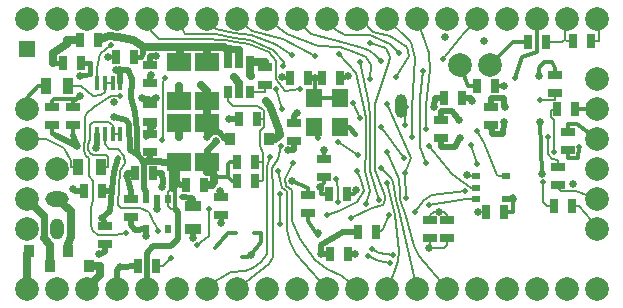
<source format=gbl>
G04 (created by PCBNEW-RS274X (2011-05-25)-stable) date Thu 12 Mar 2015 10:15:44 GMT*
G01*
G70*
G90*
%MOIN*%
G04 Gerber Fmt 3.4, Leading zero omitted, Abs format*
%FSLAX34Y34*%
G04 APERTURE LIST*
%ADD10C,0.006000*%
%ADD11R,0.055100X0.063000*%
%ADD12O,0.047200X0.070900*%
%ADD13O,0.078300X0.051200*%
%ADD14C,0.078700*%
%ADD15R,0.055000X0.055000*%
%ADD16R,0.027600X0.039400*%
%ADD17R,0.020000X0.030000*%
%ADD18R,0.030000X0.020000*%
%ADD19R,0.035000X0.055000*%
%ADD20R,0.025000X0.045000*%
%ADD21R,0.045000X0.025000*%
%ADD22R,0.015000X0.050000*%
%ADD23R,0.035400X0.040200*%
%ADD24O,0.039400X0.078700*%
%ADD25R,0.080000X0.060000*%
%ADD26R,0.055000X0.035000*%
%ADD27C,0.025000*%
%ADD28C,0.020000*%
%ADD29C,0.011800*%
%ADD30C,0.007900*%
%ADD31C,0.005000*%
%ADD32C,0.019700*%
%ADD33C,0.027600*%
%ADD34C,0.015700*%
%ADD35C,0.023600*%
G04 APERTURE END LIST*
G54D10*
G54D11*
X57433Y-34597D03*
X56567Y-33653D03*
X56567Y-34597D03*
X57433Y-33653D03*
G54D12*
X48000Y-38000D03*
G54D13*
X48000Y-37000D03*
G54D14*
X48000Y-36000D03*
G54D15*
X47000Y-32000D03*
G54D14*
X47000Y-38000D03*
X47000Y-37000D03*
X47000Y-36000D03*
X47000Y-35000D03*
X47000Y-34000D03*
X66000Y-38000D03*
X66000Y-37000D03*
X66000Y-36000D03*
X66000Y-35000D03*
X66000Y-34000D03*
X66000Y-33000D03*
X47000Y-40000D03*
X48000Y-40000D03*
X49000Y-40000D03*
X50000Y-40000D03*
X51000Y-40000D03*
X52000Y-40000D03*
X53000Y-40000D03*
X54000Y-40000D03*
X55000Y-40000D03*
X56000Y-40000D03*
X57000Y-40000D03*
X58000Y-40000D03*
X59000Y-40000D03*
X60000Y-40000D03*
X61000Y-40000D03*
X62000Y-40000D03*
X63000Y-40000D03*
X64000Y-40000D03*
X65000Y-40000D03*
X66000Y-40000D03*
X47000Y-31000D03*
X48000Y-31000D03*
X49000Y-31000D03*
X50000Y-31000D03*
X51000Y-31000D03*
X52000Y-31000D03*
X53000Y-31000D03*
X54000Y-31000D03*
X55000Y-31000D03*
X56000Y-31000D03*
X57000Y-31000D03*
X58000Y-31000D03*
X59000Y-31000D03*
X60000Y-31000D03*
X61000Y-31000D03*
X62000Y-31000D03*
X63000Y-31000D03*
X64000Y-31000D03*
X65000Y-31000D03*
X66000Y-31000D03*
X62450Y-32525D03*
X61450Y-32525D03*
G54D16*
X54450Y-32450D03*
X54075Y-32450D03*
X53700Y-32450D03*
X53700Y-33450D03*
X54075Y-33450D03*
X54450Y-33450D03*
G54D17*
X50975Y-37000D03*
X51725Y-37000D03*
X50975Y-38000D03*
X51350Y-37000D03*
X51725Y-38000D03*
G54D18*
X61975Y-37000D03*
X61975Y-36250D03*
X62975Y-37000D03*
X61975Y-36625D03*
X62975Y-36250D03*
G54D19*
X47633Y-33252D03*
X48383Y-33252D03*
X48725Y-35925D03*
X49475Y-35925D03*
G54D20*
X58035Y-38102D03*
X58635Y-38102D03*
X54675Y-34325D03*
X54075Y-34325D03*
X54025Y-36400D03*
X54625Y-36400D03*
X63700Y-31775D03*
X64300Y-31775D03*
X62000Y-33250D03*
X62600Y-33250D03*
X52325Y-36525D03*
X52925Y-36525D03*
G54D21*
X55900Y-34480D03*
X55900Y-35080D03*
G54D20*
X51300Y-39225D03*
X50700Y-39225D03*
X49375Y-31700D03*
X48775Y-31700D03*
X48228Y-32488D03*
X48828Y-32488D03*
G54D21*
X62475Y-33925D03*
X62475Y-34525D03*
X50475Y-37600D03*
X50475Y-37000D03*
X51126Y-35422D03*
X51126Y-34822D03*
G54D20*
X54025Y-35775D03*
X54625Y-35775D03*
G54D21*
X54950Y-33200D03*
X54950Y-32600D03*
X61025Y-38300D03*
X61025Y-37700D03*
G54D20*
X65200Y-31750D03*
X65800Y-31750D03*
X56375Y-32975D03*
X55775Y-32975D03*
X57700Y-38850D03*
X57100Y-38850D03*
G54D21*
X60825Y-34375D03*
X60825Y-34975D03*
G54D20*
X60900Y-33650D03*
X61500Y-33650D03*
X56850Y-32975D03*
X57450Y-32975D03*
X57075Y-36825D03*
X57675Y-36825D03*
G54D21*
X51125Y-33850D03*
X51125Y-34450D03*
X51125Y-32550D03*
X51125Y-33150D03*
G54D20*
X62925Y-37425D03*
X62325Y-37425D03*
X51225Y-36125D03*
X50625Y-36125D03*
G54D21*
X53475Y-36950D03*
X53475Y-37550D03*
G54D20*
X49500Y-36725D03*
X48900Y-36725D03*
G54D21*
X48550Y-33925D03*
X48550Y-34525D03*
X56375Y-37475D03*
X56375Y-36875D03*
X49618Y-37905D03*
X49618Y-38505D03*
G54D22*
X50124Y-34826D03*
X49868Y-34826D03*
X49612Y-34826D03*
X49356Y-34826D03*
X49356Y-33126D03*
X49612Y-33126D03*
X49868Y-33126D03*
X50124Y-33126D03*
G54D23*
X53779Y-35000D03*
X55071Y-35000D03*
X47094Y-38740D03*
X48386Y-38740D03*
X49066Y-39240D03*
X47774Y-39240D03*
G54D21*
X56900Y-36275D03*
X56900Y-35675D03*
G54D20*
X64594Y-37224D03*
X65194Y-37224D03*
G54D21*
X64725Y-36525D03*
X64725Y-35925D03*
G54D20*
X65280Y-34016D03*
X64680Y-34016D03*
G54D21*
X65039Y-34759D03*
X65039Y-35359D03*
G54D24*
X59475Y-33900D03*
G54D25*
X53025Y-35775D03*
X53025Y-34475D03*
G54D26*
X52550Y-38000D03*
X52550Y-37250D03*
G54D25*
X52075Y-35775D03*
X52075Y-34475D03*
X52075Y-32425D03*
X52075Y-33725D03*
G54D20*
X50575Y-32275D03*
X49975Y-32275D03*
G54D25*
X53025Y-32425D03*
X53025Y-33725D03*
G54D21*
X60450Y-38300D03*
X60450Y-37700D03*
X64602Y-33469D03*
X64602Y-32869D03*
X47850Y-33950D03*
X47850Y-34550D03*
G54D27*
X54475Y-38875D03*
G54D28*
X60200Y-32750D03*
X60325Y-35800D03*
X58300Y-37175D03*
X57400Y-32175D03*
X57000Y-37525D03*
X58025Y-36075D03*
X55450Y-36850D03*
X55450Y-37850D03*
X58825Y-34600D03*
X59575Y-35625D03*
X55500Y-34000D03*
X55325Y-33350D03*
X57875Y-33800D03*
X58100Y-34300D03*
X59075Y-37550D03*
X59650Y-36975D03*
X59625Y-36150D03*
X59000Y-33825D03*
X59950Y-37450D03*
X61625Y-36750D03*
X60400Y-35225D03*
X58050Y-35550D03*
X57375Y-35100D03*
X58825Y-35975D03*
X59025Y-36475D03*
X59850Y-34950D03*
X60325Y-34675D03*
X63275Y-32975D03*
X60875Y-32350D03*
X59400Y-32150D03*
X58800Y-32400D03*
X58450Y-33000D03*
X56600Y-32250D03*
X55850Y-32200D03*
X55550Y-32575D03*
X56125Y-33350D03*
X55375Y-36075D03*
X55875Y-35800D03*
X59300Y-32950D03*
X55100Y-35600D03*
X55475Y-35225D03*
X59025Y-35425D03*
X59100Y-39150D03*
X58375Y-38900D03*
X58525Y-38675D03*
X59200Y-38875D03*
G54D27*
X56775Y-36600D03*
G54D28*
X56700Y-34975D03*
X59625Y-34550D03*
X57325Y-36350D03*
X57375Y-37100D03*
X59650Y-33950D03*
X51375Y-38075D03*
X58450Y-31800D03*
X49800Y-31880D03*
X57825Y-37625D03*
X60400Y-37200D03*
G54D27*
X61425Y-34375D03*
G54D28*
X64100Y-33700D03*
G54D27*
X64175Y-36175D03*
X65200Y-36500D03*
X64075Y-32900D03*
X64125Y-34425D03*
G54D28*
X62000Y-34750D03*
G54D27*
X56625Y-32975D03*
X50975Y-38225D03*
X60425Y-38625D03*
X63200Y-37000D03*
X62933Y-33937D03*
X56700Y-38150D03*
X60950Y-31600D03*
X51525Y-36600D03*
X57950Y-38850D03*
X60575Y-33925D03*
X56900Y-35375D03*
X56025Y-34150D03*
X52550Y-38300D03*
X53450Y-36725D03*
X51320Y-32240D03*
X51315Y-33626D03*
X50850Y-33625D03*
G54D28*
X61800Y-35200D03*
X62000Y-35850D03*
X51800Y-38975D03*
X57950Y-34850D03*
G54D27*
X48550Y-36675D03*
X61675Y-36200D03*
X60750Y-37450D03*
X55850Y-36400D03*
X55525Y-32925D03*
X52825Y-33200D03*
X49900Y-33775D03*
G54D28*
X52175Y-36925D03*
G54D27*
X50110Y-39270D03*
X51228Y-34575D03*
X53750Y-34325D03*
X53900Y-32950D03*
X62925Y-33225D03*
X62925Y-34450D03*
X49300Y-35300D03*
X61450Y-34975D03*
X61850Y-33725D03*
X62250Y-31750D03*
X52075Y-34950D03*
X53025Y-34925D03*
X49725Y-32275D03*
X51350Y-37325D03*
X50350Y-36225D03*
X57975Y-36700D03*
X56800Y-38850D03*
X62050Y-37425D03*
X55725Y-35375D03*
X48764Y-32921D03*
X52075Y-33225D03*
X53475Y-37800D03*
X48675Y-35225D03*
X49425Y-38850D03*
X51150Y-32875D03*
X57725Y-32900D03*
X53300Y-35075D03*
X54475Y-32900D03*
X54975Y-33750D03*
X49925Y-34287D03*
X49975Y-32700D03*
G54D28*
X50050Y-35625D03*
G54D27*
X50875Y-35725D03*
X49500Y-37650D03*
X48775Y-33575D03*
X48340Y-31840D03*
G54D28*
X58100Y-32450D03*
X58750Y-37025D03*
X50300Y-38125D03*
X50100Y-33575D03*
X51600Y-32975D03*
X51500Y-35050D03*
X53075Y-37325D03*
X52675Y-38550D03*
X65425Y-35275D03*
X64575Y-35425D03*
X64375Y-34925D03*
X64217Y-36449D03*
G54D29*
X53725Y-38150D02*
X53975Y-38150D01*
X53275Y-38650D02*
X53725Y-38150D01*
X54825Y-38150D02*
X54575Y-38150D01*
X54475Y-38875D02*
X54825Y-38450D01*
X54825Y-38450D02*
X54825Y-38150D01*
X54375Y-38950D02*
X54175Y-38950D01*
X54475Y-38875D02*
X54375Y-38950D01*
G54D30*
X60100Y-33625D02*
X60200Y-32750D01*
X60100Y-35275D02*
X60100Y-33625D01*
X60325Y-35800D02*
X60100Y-35275D01*
X58300Y-37175D02*
X58450Y-36725D01*
X58450Y-36725D02*
X58268Y-36063D01*
X58250Y-33960D02*
X57975Y-32800D01*
X57975Y-32800D02*
X57400Y-32175D01*
X58300Y-34300D02*
X58250Y-33960D01*
X58300Y-35325D02*
X58300Y-34300D01*
X58268Y-36063D02*
X58300Y-35325D01*
X57000Y-37525D02*
X57425Y-37400D01*
X57425Y-37400D02*
X58025Y-37100D01*
X58025Y-37100D02*
X58250Y-36750D01*
X58250Y-36750D02*
X58150Y-36375D01*
X58150Y-36375D02*
X58025Y-36075D01*
X55450Y-36850D02*
X55450Y-37850D01*
X58825Y-34600D02*
X59575Y-35625D01*
X55325Y-33350D02*
X55500Y-34000D01*
G54D29*
X62000Y-33250D02*
X61700Y-33250D01*
X61700Y-33250D02*
X61450Y-32525D01*
G54D30*
X57875Y-33800D02*
X58100Y-34300D01*
X58820Y-38080D02*
X58635Y-38102D01*
X58880Y-38020D02*
X58820Y-38080D01*
X59075Y-37550D02*
X58880Y-38020D01*
G54D10*
X59650Y-36975D02*
X59625Y-36150D01*
X59000Y-33825D02*
X59800Y-35650D01*
X59800Y-35650D02*
X59625Y-36150D01*
G54D30*
X59950Y-37450D02*
X60056Y-37290D01*
X60056Y-37290D02*
X60250Y-37025D01*
X60250Y-37025D02*
X60525Y-36875D01*
X60525Y-36875D02*
X61625Y-36750D01*
X61800Y-36625D02*
X61975Y-36625D01*
X61175Y-36175D02*
X61800Y-36625D01*
X60400Y-35225D02*
X61175Y-36175D01*
X57375Y-35100D02*
X58050Y-35550D01*
X58825Y-35975D02*
X59150Y-36300D01*
X59150Y-36300D02*
X59225Y-36450D01*
X59225Y-36450D02*
X59300Y-37050D01*
X59300Y-37050D02*
X59400Y-37400D01*
X59400Y-37400D02*
X60000Y-40000D01*
X59000Y-40000D02*
X59250Y-39475D01*
X59250Y-39475D02*
X59375Y-39075D01*
X59275Y-37525D02*
X59425Y-38750D01*
X59025Y-36475D02*
X59275Y-37525D01*
X59375Y-39075D02*
X59425Y-38750D01*
X59850Y-34950D02*
X59850Y-33975D01*
X59850Y-33975D02*
X59960Y-32305D01*
X59960Y-32305D02*
X59820Y-31780D01*
G54D10*
X59820Y-31780D02*
X59000Y-31000D01*
G54D30*
X60325Y-34675D02*
X60325Y-33875D01*
X60450Y-32700D02*
X60400Y-32150D01*
X60400Y-32150D02*
X60000Y-31000D01*
X60325Y-33875D02*
X60450Y-32700D01*
G54D29*
X63275Y-32975D02*
X63525Y-32275D01*
X63525Y-32275D02*
X64000Y-32100D01*
X64000Y-32100D02*
X64000Y-31000D01*
G54D30*
X61575Y-31475D02*
X62000Y-31000D01*
X60875Y-32350D02*
X61575Y-31475D01*
X59400Y-32150D02*
X59100Y-31825D01*
X59100Y-31825D02*
X58450Y-31550D01*
X58450Y-31550D02*
X57625Y-31525D01*
X57300Y-31367D02*
X57000Y-31000D01*
X57625Y-31525D02*
X57300Y-31367D01*
X58800Y-32400D02*
X58600Y-32200D01*
X58600Y-32200D02*
X58450Y-32075D01*
X58450Y-32075D02*
X58225Y-31975D01*
X58225Y-31975D02*
X57250Y-31700D01*
X56475Y-31500D02*
X56000Y-31000D01*
X57250Y-31700D02*
X56475Y-31500D01*
X58325Y-32275D02*
X57925Y-32100D01*
X58450Y-33000D02*
X58475Y-32525D01*
X58475Y-32525D02*
X58325Y-32275D01*
X57925Y-32100D02*
X57450Y-31950D01*
X57450Y-31950D02*
X56725Y-31900D01*
X56725Y-31900D02*
X55675Y-31500D01*
G54D10*
X55675Y-31500D02*
X55000Y-31000D01*
G54D30*
X56600Y-32250D02*
X55550Y-31675D01*
X54500Y-31400D02*
X54000Y-31000D01*
X55550Y-31675D02*
X54500Y-31400D01*
X55850Y-32200D02*
X55275Y-31825D01*
X53900Y-31475D02*
X53325Y-31350D01*
X55275Y-31825D02*
X54475Y-31550D01*
X54475Y-31550D02*
X53900Y-31475D01*
X53325Y-31350D02*
X53000Y-31000D01*
X55550Y-32575D02*
X55575Y-32425D01*
X55225Y-32024D02*
X54450Y-31700D01*
X55575Y-32425D02*
X55225Y-32024D01*
X54450Y-31700D02*
X53900Y-31625D01*
X53900Y-31625D02*
X53325Y-31500D01*
X53325Y-31500D02*
X52275Y-31500D01*
X52275Y-31500D02*
X52197Y-31386D01*
X52197Y-31386D02*
X52000Y-31000D01*
X56125Y-33350D02*
X55625Y-33400D01*
X55625Y-33400D02*
X55300Y-33000D01*
X55300Y-33000D02*
X55300Y-32400D01*
X51160Y-31400D02*
X51000Y-31000D01*
X52875Y-31675D02*
X51400Y-31675D01*
X51400Y-31675D02*
X51160Y-31400D01*
X53625Y-31700D02*
X52875Y-31675D01*
X53975Y-31775D02*
X53625Y-31700D01*
X54420Y-31849D02*
X53975Y-31775D01*
X55080Y-32119D02*
X54420Y-31849D01*
X55300Y-32400D02*
X55080Y-32119D01*
X57000Y-40000D02*
X55975Y-38850D01*
X55975Y-38850D02*
X55775Y-38450D01*
X55775Y-38450D02*
X55675Y-38025D01*
X55675Y-36750D02*
X55675Y-38025D01*
X55375Y-36075D02*
X55500Y-36625D01*
X55500Y-36625D02*
X55675Y-36750D01*
X58000Y-40000D02*
X57525Y-39575D01*
X55875Y-35800D02*
X55625Y-36350D01*
X55625Y-36350D02*
X55650Y-36567D01*
X55650Y-36567D02*
X55850Y-36700D01*
X55850Y-36700D02*
X55850Y-37725D01*
X55850Y-37725D02*
X56100Y-38325D01*
X56100Y-38325D02*
X56625Y-39050D01*
X56625Y-39050D02*
X57025Y-39350D01*
X57025Y-39350D02*
X57525Y-39575D01*
X58000Y-31000D02*
X58150Y-31000D01*
X58150Y-31000D02*
X58550Y-31450D01*
X59125Y-31575D02*
X58550Y-31450D01*
X59750Y-32225D02*
X59675Y-31925D01*
X59675Y-31925D02*
X59125Y-31575D01*
X59300Y-32950D02*
X59750Y-32225D01*
X53000Y-40000D02*
X53000Y-39900D01*
X53000Y-39900D02*
X53825Y-39450D01*
X54275Y-39400D02*
X53825Y-39450D01*
X55000Y-38825D02*
X54825Y-39100D01*
X54825Y-39100D02*
X54550Y-39300D01*
X54550Y-39300D02*
X54275Y-39400D01*
X55020Y-36673D02*
X55000Y-38825D01*
X55025Y-35950D02*
X55020Y-36673D01*
X55100Y-35600D02*
X55025Y-35950D01*
X54000Y-40000D02*
X55075Y-39175D01*
X55075Y-39175D02*
X55200Y-38925D01*
X55200Y-36700D02*
X55200Y-38925D01*
X55175Y-35975D02*
X55200Y-36700D01*
X55475Y-35225D02*
X55375Y-35675D01*
X55375Y-35675D02*
X55175Y-35975D01*
X60075Y-38900D02*
X61000Y-40000D01*
X59625Y-37475D02*
X59900Y-38575D01*
X59900Y-38575D02*
X60075Y-38900D01*
X59475Y-37150D02*
X59625Y-37475D01*
X59450Y-37000D02*
X59475Y-37150D01*
X59400Y-36350D02*
X59450Y-36775D01*
X59450Y-36775D02*
X59450Y-37000D01*
X59025Y-35425D02*
X59400Y-36350D01*
X58750Y-39075D02*
X59100Y-39150D01*
X58375Y-38900D02*
X58750Y-39075D01*
X58525Y-38675D02*
X58750Y-38800D01*
X58750Y-38800D02*
X59200Y-38875D01*
G54D29*
X56900Y-36275D02*
X56900Y-36475D01*
X56900Y-36475D02*
X56775Y-36600D01*
X56825Y-36825D02*
X57075Y-36825D01*
X56832Y-36654D02*
X56825Y-36825D01*
X56775Y-36600D02*
X56832Y-36654D01*
G54D31*
X64300Y-31775D02*
X64850Y-31775D01*
X64925Y-31700D02*
X64950Y-31700D01*
X64850Y-31775D02*
X64925Y-31700D01*
X65200Y-31750D02*
X65000Y-31750D01*
X65000Y-31025D02*
X65000Y-31000D01*
X64950Y-31075D02*
X65000Y-31025D01*
X64950Y-31700D02*
X64950Y-31075D01*
X65000Y-31750D02*
X64950Y-31700D01*
G54D30*
X56567Y-34597D02*
X56567Y-34842D01*
X56567Y-34842D02*
X56700Y-34975D01*
X56700Y-34975D02*
X56700Y-34975D01*
X56700Y-34975D02*
X56700Y-34975D01*
X57375Y-36650D02*
X57375Y-37100D01*
X57325Y-36350D02*
X57375Y-36650D01*
G54D31*
X57375Y-37100D02*
X57375Y-37100D01*
G54D10*
X59475Y-33900D02*
X59650Y-33950D01*
G54D30*
X59650Y-33950D02*
X59625Y-34550D01*
X59625Y-34550D02*
X59625Y-34550D01*
X50275Y-35800D02*
X50125Y-36075D01*
X49614Y-35177D02*
X49612Y-34826D01*
X51225Y-37725D02*
X51300Y-37900D01*
X51300Y-37900D02*
X51375Y-38075D01*
X50150Y-37300D02*
X50775Y-37300D01*
X50775Y-37300D02*
X51075Y-37450D01*
X51075Y-37450D02*
X51225Y-37725D01*
X50251Y-35556D02*
X50275Y-35800D01*
X50050Y-35350D02*
X50251Y-35556D01*
X49738Y-35325D02*
X50050Y-35350D01*
X49614Y-35177D02*
X49738Y-35325D01*
X50050Y-37200D02*
X50150Y-37300D01*
X50125Y-36075D02*
X50050Y-37200D01*
X58950Y-37050D02*
X58875Y-37200D01*
X59100Y-32275D02*
X59075Y-32450D01*
X59075Y-32450D02*
X58625Y-33825D01*
X58625Y-33825D02*
X58622Y-36024D01*
X58975Y-31969D02*
X59100Y-32275D01*
X58450Y-31800D02*
X58975Y-31969D01*
X49450Y-32175D02*
X49800Y-31880D01*
X49360Y-32640D02*
X49450Y-32175D01*
X49356Y-33126D02*
X49360Y-32640D01*
X58950Y-36900D02*
X58950Y-37050D01*
X58622Y-36024D02*
X58950Y-36900D01*
X58875Y-37200D02*
X58500Y-37300D01*
X58500Y-37300D02*
X57825Y-37625D01*
X60400Y-37200D02*
X61654Y-37008D01*
X61654Y-37008D02*
X61975Y-37000D01*
G54D32*
X60825Y-34075D02*
X60825Y-34375D01*
X61175Y-34075D02*
X60825Y-34075D01*
X61425Y-34375D02*
X61175Y-34075D01*
G54D33*
X47000Y-40000D02*
X47000Y-38834D01*
X47000Y-38834D02*
X47094Y-38740D01*
G54D30*
X64602Y-33469D02*
X64600Y-33700D01*
X64600Y-33700D02*
X64100Y-33700D01*
X64725Y-36525D02*
X64725Y-36650D01*
X64725Y-36650D02*
X64825Y-36750D01*
X64825Y-36750D02*
X65325Y-36750D01*
X65325Y-36750D02*
X66000Y-37000D01*
G54D29*
X64175Y-36175D02*
X64125Y-34425D01*
X64075Y-32900D02*
X64075Y-32625D01*
X64075Y-32625D02*
X64238Y-32429D01*
X64238Y-32429D02*
X64503Y-32429D01*
X64503Y-32429D02*
X64602Y-32653D01*
X64602Y-32653D02*
X64602Y-32869D01*
G54D10*
X66000Y-38000D02*
X66000Y-37953D01*
X66000Y-37953D02*
X65400Y-37225D01*
X65400Y-37225D02*
X65194Y-37224D01*
G54D29*
X66000Y-35000D02*
X65350Y-34500D01*
X65350Y-34500D02*
X65050Y-34500D01*
X65050Y-34500D02*
X65039Y-34759D01*
X66000Y-34000D02*
X65280Y-34016D01*
G54D30*
X62975Y-36250D02*
X62750Y-36250D01*
X62750Y-36250D02*
X62675Y-36200D01*
X62675Y-36200D02*
X62250Y-35150D01*
X62250Y-35150D02*
X62000Y-34750D01*
G54D29*
X63700Y-31775D02*
X63200Y-31775D01*
X63200Y-31775D02*
X62450Y-32525D01*
X57433Y-33653D02*
X56578Y-33653D01*
X56575Y-33650D02*
X56567Y-33653D01*
X56578Y-33653D02*
X56575Y-33650D01*
X56567Y-33653D02*
X56567Y-33458D01*
X56567Y-33458D02*
X56625Y-33400D01*
X56625Y-33400D02*
X56625Y-32975D01*
X50975Y-38000D02*
X50975Y-38225D01*
G54D32*
X50600Y-38025D02*
X50975Y-38000D01*
X50600Y-38025D02*
X50475Y-37875D01*
X50475Y-37875D02*
X50475Y-37600D01*
G54D30*
X60425Y-38625D02*
X60900Y-38625D01*
X61000Y-38300D02*
X61025Y-38300D01*
X61000Y-38525D02*
X61000Y-38300D01*
X60900Y-38625D02*
X61000Y-38525D01*
X60450Y-38600D02*
X60450Y-38300D01*
X60425Y-38625D02*
X60450Y-38600D01*
G54D29*
X56375Y-37475D02*
X56375Y-37725D01*
X56375Y-37725D02*
X56725Y-38225D01*
X56725Y-38225D02*
X56700Y-38150D01*
X56375Y-32975D02*
X56625Y-32975D01*
X62925Y-37425D02*
X63200Y-37425D01*
X63200Y-37425D02*
X63201Y-37009D01*
X63201Y-37009D02*
X63220Y-36953D01*
G54D32*
X63173Y-37000D02*
X62975Y-37000D01*
X63200Y-37000D02*
X63220Y-36953D01*
X63220Y-36953D02*
X63173Y-37000D01*
X62895Y-33900D02*
X62900Y-33650D01*
X62900Y-33650D02*
X62475Y-33650D01*
X62475Y-33650D02*
X62475Y-33925D01*
X62933Y-33937D02*
X62895Y-33900D01*
X51225Y-36125D02*
X51525Y-36125D01*
X51525Y-36125D02*
X51529Y-36447D01*
X51529Y-36447D02*
X51525Y-36600D01*
X57950Y-38850D02*
X57700Y-38850D01*
X60900Y-33650D02*
X60600Y-33650D01*
X60600Y-33650D02*
X60575Y-33925D01*
G54D29*
X56900Y-35675D02*
X56900Y-35375D01*
G54D32*
X55900Y-34480D02*
X55900Y-34225D01*
X55900Y-34225D02*
X56025Y-34150D01*
X52550Y-38000D02*
X52550Y-38300D01*
X53475Y-36950D02*
X53475Y-36825D01*
X53475Y-36825D02*
X53450Y-36725D01*
X51125Y-32550D02*
X51125Y-32250D01*
X51125Y-32250D02*
X51320Y-32240D01*
X51315Y-33626D02*
X51125Y-33725D01*
X51125Y-33725D02*
X51125Y-33850D01*
G54D29*
X51125Y-33850D02*
X51125Y-33675D01*
X51125Y-33675D02*
X51075Y-33625D01*
X51075Y-33625D02*
X50850Y-33625D01*
X56625Y-32975D02*
X56850Y-32975D01*
G54D30*
X61800Y-35200D02*
X62000Y-35850D01*
G54D31*
X51300Y-39225D02*
X51550Y-39225D01*
X51550Y-39225D02*
X51800Y-38975D01*
X65800Y-31750D02*
X66050Y-31750D01*
X66000Y-31025D02*
X66000Y-31000D01*
X66075Y-31100D02*
X66000Y-31025D01*
X66075Y-31725D02*
X66075Y-31100D01*
X66050Y-31750D02*
X66075Y-31725D01*
G54D34*
X57433Y-34597D02*
X57750Y-34600D01*
X57950Y-34850D02*
X57750Y-34600D01*
G54D29*
X47850Y-34550D02*
X47850Y-34800D01*
G54D34*
X47850Y-34800D02*
X48000Y-34900D01*
G54D32*
X48000Y-34900D02*
X48675Y-35225D01*
X48900Y-36725D02*
X48600Y-36725D01*
X48600Y-36725D02*
X48550Y-36675D01*
G54D30*
X62325Y-37425D02*
X62050Y-37425D01*
X61725Y-36250D02*
X61675Y-36200D01*
X61975Y-36250D02*
X61725Y-36250D01*
X60750Y-37425D02*
X60750Y-37450D01*
X61025Y-37700D02*
X61025Y-37525D01*
X60450Y-37550D02*
X60575Y-37425D01*
X60575Y-37425D02*
X60750Y-37425D01*
X60450Y-37550D02*
X60450Y-37700D01*
X60925Y-37425D02*
X60750Y-37425D01*
X61025Y-37525D02*
X60925Y-37425D01*
G54D32*
X50475Y-37000D02*
X50475Y-36750D01*
X50350Y-36225D02*
X50350Y-36225D01*
X50475Y-36750D02*
X50350Y-36225D01*
G54D29*
X55850Y-36400D02*
X56375Y-36650D01*
X56375Y-36650D02*
X56375Y-36875D01*
X55525Y-32925D02*
X55650Y-32975D01*
X55650Y-32975D02*
X55775Y-32975D01*
G54D32*
X53779Y-35000D02*
X53625Y-35000D01*
X53175Y-34775D02*
X53025Y-34925D01*
X53400Y-34775D02*
X53175Y-34775D01*
X53625Y-35000D02*
X53400Y-34775D01*
G54D33*
X53025Y-33725D02*
X53025Y-33400D01*
X53025Y-33400D02*
X52825Y-33200D01*
X52075Y-33725D02*
X52075Y-33225D01*
G54D32*
X52550Y-37250D02*
X52550Y-37025D01*
X52550Y-37025D02*
X52500Y-36975D01*
X52500Y-36975D02*
X52175Y-36925D01*
X58035Y-38102D02*
X57550Y-38100D01*
X57550Y-38100D02*
X56800Y-38550D01*
X56800Y-38550D02*
X56800Y-38850D01*
X50112Y-39272D02*
X50700Y-39225D01*
X50110Y-39270D02*
X50112Y-39272D01*
X51125Y-34472D02*
X51228Y-34575D01*
X51125Y-34472D02*
X51125Y-34450D01*
X53750Y-34325D02*
X54075Y-34325D01*
G54D33*
X54075Y-33125D02*
X53900Y-32950D01*
X54075Y-33450D02*
X54075Y-33125D01*
G54D29*
X62875Y-33250D02*
X62925Y-33225D01*
X62600Y-33250D02*
X62875Y-33250D01*
G54D32*
X62925Y-34450D02*
X62875Y-34825D01*
X62875Y-34825D02*
X62500Y-34825D01*
X62500Y-34825D02*
X62475Y-34525D01*
X49356Y-34826D02*
X49356Y-35144D01*
X49356Y-35144D02*
X49300Y-35300D01*
X60825Y-34975D02*
X60825Y-35275D01*
X61850Y-33725D02*
X61800Y-33650D01*
X61800Y-33650D02*
X61500Y-33650D01*
X61450Y-34950D02*
X61450Y-34975D01*
X61275Y-35275D02*
X61450Y-34950D01*
X60825Y-35275D02*
X61275Y-35275D01*
X50000Y-40000D02*
X50000Y-39371D01*
X50000Y-39371D02*
X50099Y-39272D01*
X50099Y-39272D02*
X50700Y-39225D01*
X49618Y-38505D02*
X49625Y-38775D01*
X49429Y-38850D02*
X49421Y-38850D01*
X49625Y-38775D02*
X49429Y-38850D01*
X49421Y-38850D02*
X49421Y-38846D01*
G54D33*
X52075Y-34475D02*
X52075Y-34950D01*
G54D32*
X53025Y-34475D02*
X53025Y-34925D01*
G54D29*
X49975Y-32275D02*
X49725Y-32275D01*
G54D32*
X51350Y-37000D02*
X51350Y-37325D01*
X50625Y-36125D02*
X50350Y-36125D01*
X50350Y-36125D02*
X50350Y-36225D01*
G54D29*
X57675Y-36825D02*
X57925Y-36825D01*
X57925Y-36825D02*
X57975Y-36700D01*
G54D32*
X56800Y-38850D02*
X57100Y-38850D01*
X55900Y-35080D02*
X55900Y-35375D01*
X55900Y-35375D02*
X55725Y-35375D01*
G54D34*
X49106Y-32476D02*
X48828Y-32488D01*
X49102Y-32854D02*
X49106Y-32476D01*
X48764Y-32921D02*
X49102Y-32854D01*
G54D33*
X53025Y-33725D02*
X53025Y-34475D01*
G54D32*
X51126Y-34822D02*
X50975Y-34925D01*
X51125Y-34775D02*
X51125Y-34450D01*
X50975Y-34925D02*
X51125Y-34775D01*
G54D34*
X53475Y-37550D02*
X53475Y-37800D01*
G54D29*
X48550Y-34525D02*
X48555Y-34858D01*
G54D32*
X48555Y-34858D02*
X48675Y-35225D01*
X49425Y-38850D02*
X49421Y-38846D01*
X51125Y-33150D02*
X51125Y-32925D01*
X51125Y-32925D02*
X51150Y-32875D01*
G54D29*
X57725Y-32900D02*
X57600Y-32975D01*
X57600Y-32975D02*
X57450Y-32975D01*
G54D35*
X53300Y-35075D02*
X53025Y-35375D01*
X53025Y-35375D02*
X53025Y-35775D01*
G54D33*
X52925Y-36525D02*
X53175Y-36525D01*
X53250Y-36450D02*
X53250Y-36275D01*
X53175Y-36525D02*
X53250Y-36450D01*
G54D29*
X53725Y-36200D02*
X53725Y-36275D01*
X53850Y-36400D02*
X54025Y-36400D01*
X53725Y-36275D02*
X53850Y-36400D01*
G54D33*
X53025Y-35775D02*
X53025Y-36100D01*
X53225Y-36100D02*
X53250Y-36275D01*
X53025Y-36100D02*
X53225Y-36100D01*
G54D29*
X53775Y-35775D02*
X54025Y-35775D01*
X53725Y-35825D02*
X53775Y-35775D01*
X53725Y-36200D02*
X53725Y-35825D01*
X53661Y-36281D02*
X53725Y-36200D01*
X53250Y-36275D02*
X53661Y-36281D01*
G54D30*
X54450Y-33450D02*
X54950Y-33450D01*
X54950Y-33450D02*
X54950Y-33200D01*
X54625Y-36400D02*
X54843Y-36398D01*
X54843Y-36398D02*
X54882Y-36358D01*
X54882Y-36358D02*
X54880Y-35775D01*
X54900Y-34325D02*
X54900Y-34600D01*
X54900Y-34600D02*
X54775Y-34750D01*
X54775Y-34750D02*
X54775Y-35250D01*
X54880Y-35475D02*
X54880Y-35775D01*
X54775Y-35250D02*
X54880Y-35475D01*
X54880Y-35775D02*
X54625Y-35775D01*
X53700Y-33450D02*
X53700Y-33750D01*
X53700Y-33750D02*
X53875Y-33900D01*
X53875Y-33900D02*
X54675Y-33900D01*
X54675Y-33900D02*
X54900Y-34050D01*
X54900Y-34050D02*
X54900Y-34325D01*
X54900Y-34325D02*
X54675Y-34325D01*
G54D33*
X54450Y-32450D02*
X54450Y-32875D01*
X54450Y-32875D02*
X54475Y-32900D01*
X54950Y-32600D02*
X54950Y-32450D01*
X54950Y-32450D02*
X54450Y-32450D01*
X54975Y-33750D02*
X55125Y-33900D01*
X55125Y-33900D02*
X55425Y-34700D01*
X55425Y-34700D02*
X55429Y-34882D01*
X55275Y-35000D02*
X55071Y-35000D01*
X55429Y-34882D02*
X55275Y-35000D01*
X52100Y-31925D02*
X53025Y-31925D01*
X54075Y-32035D02*
X54075Y-32450D01*
G54D35*
X53575Y-31950D02*
X54075Y-32035D01*
G54D33*
X53025Y-32425D02*
X53025Y-31925D01*
X53700Y-32125D02*
X53700Y-32450D01*
G54D35*
X53575Y-31950D02*
X53700Y-32125D01*
G54D33*
X53025Y-31925D02*
X53575Y-31950D01*
G54D34*
X50875Y-32150D02*
X50800Y-32275D01*
X50800Y-32275D02*
X50575Y-32275D01*
G54D32*
X50925Y-31925D02*
X50875Y-32150D01*
G54D33*
X49375Y-31700D02*
X49740Y-31580D01*
X49740Y-31580D02*
X50040Y-31620D01*
X50040Y-31620D02*
X50546Y-31691D01*
X50546Y-31691D02*
X50925Y-31925D01*
X50925Y-31925D02*
X52100Y-31925D01*
X52100Y-31925D02*
X52075Y-32425D01*
G54D29*
X47850Y-33950D02*
X47850Y-33750D01*
X48675Y-33675D02*
X48775Y-33575D01*
X47925Y-33675D02*
X48675Y-33675D01*
X47850Y-33750D02*
X47925Y-33675D01*
G54D30*
X51725Y-37000D02*
X51725Y-37250D01*
X51825Y-37350D02*
X51950Y-37350D01*
X51725Y-37250D02*
X51825Y-37350D01*
G54D32*
X51000Y-40000D02*
X51000Y-38800D01*
X51000Y-38800D02*
X51225Y-38575D01*
X51225Y-38575D02*
X51825Y-38575D01*
X51825Y-38575D02*
X52050Y-38350D01*
X52050Y-38350D02*
X52050Y-37425D01*
X52050Y-37425D02*
X51950Y-37350D01*
X52075Y-35950D02*
X52075Y-35800D01*
G54D29*
X51950Y-37350D02*
X51950Y-36613D01*
G54D32*
X51950Y-36525D02*
X51950Y-36075D01*
X51950Y-36613D02*
X51950Y-36525D01*
X51950Y-36075D02*
X52075Y-35950D01*
G54D30*
X52075Y-35800D02*
X52075Y-35775D01*
G54D35*
X52075Y-35775D02*
X51525Y-35775D01*
X51525Y-35775D02*
X51450Y-35725D01*
X51450Y-35725D02*
X50900Y-35725D01*
X50900Y-35725D02*
X50875Y-35725D01*
G54D32*
X50975Y-37000D02*
X50975Y-36775D01*
X50925Y-35825D02*
X50875Y-35725D01*
X50925Y-36650D02*
X50925Y-35825D01*
X50975Y-36775D02*
X50925Y-36650D01*
G54D30*
X51725Y-37000D02*
X51725Y-36775D01*
G54D35*
X51850Y-36025D02*
X52075Y-35800D01*
X51850Y-36650D02*
X51850Y-36025D01*
G54D30*
X51725Y-36775D02*
X51850Y-36650D01*
X52075Y-35800D02*
X52075Y-35775D01*
G54D32*
X52325Y-36525D02*
X52125Y-36525D01*
X52125Y-36525D02*
X52000Y-36450D01*
X52000Y-36450D02*
X52000Y-35900D01*
X52000Y-35900D02*
X52075Y-35775D01*
X50875Y-35725D02*
X50700Y-35550D01*
X50300Y-34375D02*
X49925Y-34287D01*
X50396Y-34513D02*
X50300Y-34375D01*
X50450Y-35375D02*
X50396Y-34513D01*
X50700Y-35550D02*
X50450Y-35375D01*
X49500Y-36725D02*
X49825Y-36725D01*
X49850Y-36700D02*
X49850Y-36675D01*
X49825Y-36725D02*
X49850Y-36700D01*
X49618Y-37905D02*
X49618Y-37818D01*
X49618Y-37818D02*
X49500Y-37650D01*
X50125Y-32875D02*
X50124Y-33126D01*
X50122Y-32677D02*
X50125Y-32875D01*
X49975Y-32700D02*
X50122Y-32677D01*
X50500Y-33000D02*
X50375Y-32700D01*
X50625Y-34100D02*
X50488Y-33646D01*
X50488Y-33646D02*
X50500Y-33000D01*
X50375Y-32700D02*
X49975Y-32700D01*
X50675Y-34725D02*
X50625Y-34100D01*
X50675Y-35375D02*
X50675Y-34725D01*
X50700Y-35550D02*
X50675Y-35375D01*
X50875Y-35725D02*
X50700Y-35550D01*
X50050Y-35625D02*
X49900Y-36100D01*
X49900Y-36100D02*
X49850Y-36675D01*
X50875Y-35725D02*
X51100Y-35700D01*
X51126Y-35422D02*
X51100Y-35700D01*
X49850Y-36675D02*
X49825Y-37075D01*
X49825Y-37075D02*
X49775Y-37400D01*
X49775Y-37400D02*
X49500Y-37650D01*
G54D29*
X48775Y-33575D02*
X48551Y-33787D01*
X48551Y-33787D02*
X48550Y-33925D01*
G54D34*
X48228Y-32488D02*
X47875Y-32475D01*
G54D33*
X48340Y-31700D02*
X48775Y-31700D01*
X48340Y-31840D02*
X48340Y-31700D01*
X48340Y-31840D02*
X47886Y-32134D01*
X47886Y-32134D02*
X47875Y-32475D01*
G54D30*
X58425Y-33825D02*
X58100Y-32450D01*
X58750Y-37025D02*
X58445Y-36063D01*
X58445Y-36063D02*
X58450Y-34300D01*
X58450Y-34300D02*
X58425Y-33825D01*
X49075Y-35650D02*
X49075Y-36250D01*
X49392Y-38200D02*
X49950Y-38202D01*
X49950Y-38202D02*
X50300Y-38125D01*
X49134Y-37898D02*
X49200Y-38075D01*
X49200Y-38075D02*
X49392Y-38200D01*
X49209Y-36406D02*
X49209Y-37050D01*
X49209Y-37050D02*
X49134Y-37300D01*
X49134Y-37300D02*
X49134Y-37898D01*
X49075Y-36250D02*
X49209Y-36406D01*
X48895Y-35396D02*
X48988Y-35559D01*
X48988Y-35559D02*
X49075Y-35650D01*
X48895Y-35396D02*
X48895Y-35200D01*
X48895Y-35200D02*
X48929Y-35050D01*
X48929Y-35050D02*
X48929Y-34317D01*
X48929Y-34317D02*
X48988Y-34173D01*
X48988Y-34173D02*
X49256Y-33953D01*
X49256Y-33953D02*
X49807Y-33559D01*
X49807Y-33559D02*
X49988Y-33559D01*
X49988Y-33559D02*
X50100Y-33575D01*
X51600Y-32975D02*
X51551Y-33094D01*
X51551Y-34858D02*
X51500Y-35050D01*
X51551Y-33094D02*
X51551Y-34858D01*
X53075Y-37325D02*
X53075Y-38250D01*
X53075Y-38250D02*
X52675Y-38550D01*
G54D10*
X49612Y-33126D02*
X49868Y-33126D01*
G54D30*
X48383Y-33252D02*
X48800Y-33250D01*
X49610Y-33429D02*
X49612Y-33126D01*
X49475Y-33550D02*
X49610Y-33429D01*
X49225Y-33575D02*
X49475Y-33550D01*
X48800Y-33250D02*
X49225Y-33575D01*
X49475Y-35925D02*
X49725Y-35925D01*
X49725Y-35925D02*
X49725Y-35625D01*
X49725Y-35625D02*
X49675Y-35550D01*
X49675Y-35550D02*
X49250Y-35550D01*
X49250Y-35550D02*
X49146Y-35513D01*
X49146Y-35513D02*
X49050Y-35375D01*
X49862Y-34528D02*
X49868Y-34826D01*
X49050Y-35200D02*
X49050Y-35375D01*
X49100Y-35000D02*
X49050Y-35200D01*
X49100Y-34550D02*
X49100Y-35000D01*
X49225Y-34425D02*
X49100Y-34550D01*
X49725Y-34425D02*
X49225Y-34425D01*
X49862Y-34528D02*
X49725Y-34425D01*
G54D10*
X49868Y-34826D02*
X50124Y-34826D01*
G54D29*
X47000Y-34000D02*
X47000Y-33625D01*
X47375Y-33250D02*
X47633Y-33252D01*
X47000Y-33625D02*
X47375Y-33250D01*
G54D10*
X48725Y-35925D02*
X48475Y-35925D01*
G54D30*
X48250Y-35300D02*
X47650Y-35000D01*
X48475Y-35725D02*
X48250Y-35300D01*
G54D10*
X48475Y-35925D02*
X48475Y-35725D01*
G54D30*
X47650Y-35000D02*
X47000Y-35000D01*
G54D33*
X49066Y-39240D02*
X49461Y-39240D01*
X49453Y-39531D02*
X49000Y-40000D01*
X49461Y-39240D02*
X49453Y-39531D01*
X47774Y-39240D02*
X47774Y-38525D01*
X47580Y-37564D02*
X47000Y-37000D01*
G54D35*
X47580Y-38315D02*
X47580Y-37564D01*
G54D33*
X47774Y-38525D02*
X47580Y-38315D01*
G54D29*
X65039Y-35359D02*
X65050Y-35625D01*
X65375Y-35625D02*
X65425Y-35275D01*
X65050Y-35625D02*
X65375Y-35625D01*
G54D30*
X64575Y-35425D02*
X64575Y-34375D01*
X64575Y-34375D02*
X64475Y-34275D01*
X64475Y-34025D02*
X64680Y-34016D01*
X64475Y-34275D02*
X64475Y-34025D01*
X64725Y-35925D02*
X64725Y-35700D01*
X64725Y-35700D02*
X64525Y-35675D01*
X64525Y-35675D02*
X64375Y-35500D01*
X64375Y-35500D02*
X64375Y-34925D01*
G54D10*
X64594Y-37224D02*
X64342Y-37224D01*
X64217Y-37099D02*
X64217Y-36449D01*
X64342Y-37224D02*
X64217Y-37099D01*
G54D33*
X48386Y-38740D02*
X48380Y-38520D01*
X48488Y-37398D02*
X48000Y-37000D01*
X48488Y-38274D02*
X48488Y-37398D01*
X48380Y-38520D02*
X48488Y-38274D01*
M02*

</source>
